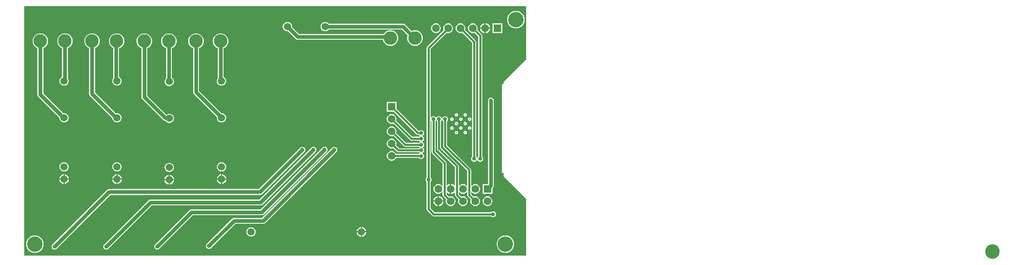
<source format=gbl>
G04*
G04 #@! TF.GenerationSoftware,Altium Limited,Altium Designer,18.0.7 (293)*
G04*
G04 Layer_Physical_Order=2*
G04 Layer_Color=16711680*
%FSLAX24Y24*%
%MOIN*%
G70*
G01*
G75*
%ADD56C,0.0315*%
%ADD57C,0.0157*%
%ADD58C,0.1100*%
%ADD59C,0.0118*%
%ADD60C,0.0591*%
%ADD61R,0.0630X0.0630*%
%ADD62C,0.0630*%
%ADD63C,0.1260*%
%ADD64C,0.1181*%
%ADD65R,0.0630X0.0630*%
%ADD66C,0.0315*%
G36*
X50728Y30293D02*
X50743Y30278D01*
X50750Y30260D01*
X50750Y26008D01*
X50735Y25964D01*
Y25964D01*
X48900Y24129D01*
Y23952D01*
X48844D01*
X48813Y23946D01*
X48787Y23929D01*
X48770Y23903D01*
X48763Y23872D01*
Y16785D01*
X48770Y16755D01*
X48787Y16729D01*
X48813Y16711D01*
X48844Y16705D01*
X48900D01*
Y16421D01*
X50735Y14585D01*
X50739Y14582D01*
X50744Y14574D01*
X50748Y14565D01*
X50750Y14555D01*
X50750Y14550D01*
X50750D01*
Y9990D01*
X50743Y9972D01*
X50728Y9957D01*
X50710Y9950D01*
X9990D01*
X9972Y9957D01*
X9957Y9972D01*
X9950Y9990D01*
Y10000D01*
Y30250D01*
Y30260D01*
X9957Y30278D01*
X9972Y30293D01*
X9990Y30300D01*
X50710D01*
X50728Y30293D01*
D02*
G37*
%LPC*%
G36*
X47450Y28912D02*
Y28550D01*
X47812D01*
X47804Y28608D01*
X47762Y28709D01*
X47696Y28796D01*
X47609Y28862D01*
X47508Y28904D01*
X47450Y28912D01*
D02*
G37*
G36*
X47350D02*
X47292Y28904D01*
X47191Y28862D01*
X47104Y28796D01*
X47038Y28709D01*
X46996Y28608D01*
X46988Y28550D01*
X47350D01*
Y28912D01*
D02*
G37*
G36*
X49900Y29912D02*
X49761Y29898D01*
X49627Y29858D01*
X49504Y29792D01*
X49396Y29704D01*
X49308Y29596D01*
X49242Y29473D01*
X49202Y29339D01*
X49188Y29200D01*
X49202Y29061D01*
X49242Y28927D01*
X49308Y28804D01*
X49396Y28696D01*
X49504Y28608D01*
X49627Y28542D01*
X49761Y28502D01*
X49900Y28488D01*
X50039Y28502D01*
X50173Y28542D01*
X50296Y28608D01*
X50404Y28696D01*
X50492Y28804D01*
X50558Y28927D01*
X50598Y29061D01*
X50612Y29200D01*
X50598Y29339D01*
X50558Y29473D01*
X50492Y29596D01*
X50404Y29704D01*
X50296Y29792D01*
X50173Y29858D01*
X50039Y29898D01*
X49900Y29912D01*
D02*
G37*
G36*
X48794Y28894D02*
X48006D01*
Y28106D01*
X48794D01*
Y28894D01*
D02*
G37*
G36*
X44400Y28897D02*
X44297Y28884D01*
X44201Y28844D01*
X44119Y28781D01*
X44056Y28699D01*
X44016Y28603D01*
X44003Y28500D01*
X44016Y28397D01*
X44032Y28359D01*
X42686Y27014D01*
X42652Y26961D01*
X42639Y26900D01*
X42639Y26900D01*
Y16327D01*
X42630Y16320D01*
X42577Y16242D01*
X42559Y16150D01*
X42577Y16058D01*
X42630Y15980D01*
X42639Y15973D01*
Y13750D01*
X42639Y13750D01*
X42652Y13689D01*
X42686Y13636D01*
X43101Y13222D01*
X43101Y13222D01*
X43153Y13187D01*
X43214Y13175D01*
X43214Y13175D01*
X47873D01*
X47880Y13166D01*
X47958Y13113D01*
X48050Y13095D01*
X48142Y13113D01*
X48220Y13166D01*
X48273Y13244D01*
X48291Y13336D01*
X48273Y13428D01*
X48220Y13506D01*
X48142Y13558D01*
X48050Y13577D01*
X47958Y13558D01*
X47880Y13506D01*
X47873Y13496D01*
X43281D01*
X42961Y13817D01*
Y15973D01*
X42970Y15980D01*
X43023Y16058D01*
X43041Y16150D01*
X43023Y16242D01*
X42970Y16320D01*
X42961Y16327D01*
Y20922D01*
X43007Y20936D01*
X43027Y20918D01*
X43030Y20913D01*
X43036Y20909D01*
X43039Y20906D01*
Y18400D01*
X43039Y18400D01*
X43052Y18339D01*
X43086Y18286D01*
X43939Y17433D01*
Y15682D01*
X43892Y15666D01*
X43881Y15681D01*
X43799Y15744D01*
X43703Y15784D01*
X43600Y15797D01*
X43497Y15784D01*
X43401Y15744D01*
X43319Y15681D01*
X43256Y15599D01*
X43216Y15503D01*
X43203Y15400D01*
X43216Y15297D01*
X43256Y15201D01*
X43319Y15119D01*
X43401Y15056D01*
X43497Y15016D01*
X43600Y15003D01*
X43703Y15016D01*
X43799Y15056D01*
X43881Y15119D01*
X43892Y15134D01*
X43939Y15118D01*
Y14900D01*
X43939Y14900D01*
X43952Y14839D01*
X43986Y14786D01*
X44232Y14541D01*
X44216Y14503D01*
X44203Y14400D01*
X44216Y14297D01*
X44256Y14201D01*
X44319Y14119D01*
X44401Y14056D01*
X44497Y14016D01*
X44600Y14003D01*
X44703Y14016D01*
X44799Y14056D01*
X44881Y14119D01*
X44944Y14201D01*
X44984Y14297D01*
X44997Y14400D01*
X44984Y14503D01*
X44944Y14599D01*
X44881Y14681D01*
X44799Y14744D01*
X44703Y14784D01*
X44600Y14797D01*
X44497Y14784D01*
X44459Y14768D01*
X44261Y14967D01*
Y15087D01*
X44311Y15099D01*
X44391Y15038D01*
X44492Y14996D01*
X44550Y14988D01*
Y15400D01*
Y15812D01*
X44492Y15804D01*
X44391Y15762D01*
X44311Y15701D01*
X44261Y15713D01*
Y17500D01*
X44248Y17561D01*
X44214Y17614D01*
X44214Y17614D01*
X43361Y18467D01*
Y20907D01*
X43370Y20913D01*
X43395Y20950D01*
X43455D01*
X43480Y20913D01*
X43489Y20907D01*
Y18700D01*
X43489Y18700D01*
X43502Y18639D01*
X43536Y18586D01*
X44939Y17183D01*
Y15713D01*
X44889Y15701D01*
X44809Y15762D01*
X44708Y15804D01*
X44650Y15812D01*
Y15400D01*
Y14988D01*
X44708Y14996D01*
X44809Y15038D01*
X44889Y15099D01*
X44939Y15087D01*
Y14900D01*
X44939Y14900D01*
X44952Y14839D01*
X44986Y14786D01*
X45232Y14541D01*
X45216Y14503D01*
X45203Y14400D01*
X45216Y14297D01*
X45256Y14201D01*
X45319Y14119D01*
X45401Y14056D01*
X45497Y14016D01*
X45600Y14003D01*
X45703Y14016D01*
X45799Y14056D01*
X45881Y14119D01*
X45944Y14201D01*
X45984Y14297D01*
X45997Y14400D01*
X45984Y14503D01*
X45944Y14599D01*
X45881Y14681D01*
X45799Y14744D01*
X45703Y14784D01*
X45600Y14797D01*
X45497Y14784D01*
X45459Y14768D01*
X45261Y14967D01*
Y15118D01*
X45308Y15134D01*
X45319Y15119D01*
X45401Y15056D01*
X45497Y15016D01*
X45600Y15003D01*
X45703Y15016D01*
X45799Y15056D01*
X45881Y15119D01*
X45892Y15134D01*
X45939Y15118D01*
Y14900D01*
X45939Y14900D01*
X45952Y14839D01*
X45986Y14786D01*
X46232Y14541D01*
X46216Y14503D01*
X46203Y14400D01*
X46216Y14297D01*
X46256Y14201D01*
X46319Y14119D01*
X46401Y14056D01*
X46497Y14016D01*
X46600Y14003D01*
X46703Y14016D01*
X46799Y14056D01*
X46881Y14119D01*
X46944Y14201D01*
X46984Y14297D01*
X46997Y14400D01*
X46984Y14503D01*
X46944Y14599D01*
X46881Y14681D01*
X46799Y14744D01*
X46703Y14784D01*
X46600Y14797D01*
X46497Y14784D01*
X46459Y14768D01*
X46261Y14967D01*
Y15118D01*
X46308Y15134D01*
X46319Y15119D01*
X46401Y15056D01*
X46497Y15016D01*
X46600Y15003D01*
X46703Y15016D01*
X46799Y15056D01*
X46881Y15119D01*
X46944Y15201D01*
X46984Y15297D01*
X46997Y15400D01*
X46984Y15503D01*
X46944Y15599D01*
X46881Y15681D01*
X46799Y15744D01*
X46703Y15784D01*
X46600Y15797D01*
X46497Y15784D01*
X46401Y15744D01*
X46319Y15681D01*
X46308Y15666D01*
X46261Y15682D01*
Y16950D01*
X46248Y17011D01*
X46214Y17064D01*
X46214Y17064D01*
X44311Y18967D01*
Y20907D01*
X44320Y20913D01*
X44373Y20991D01*
X44391Y21084D01*
X44373Y21176D01*
X44320Y21254D01*
X44242Y21306D01*
X44150Y21325D01*
X44058Y21306D01*
X43980Y21254D01*
X43927Y21176D01*
X43925Y21166D01*
X43875D01*
X43873Y21176D01*
X43820Y21254D01*
X43742Y21306D01*
X43650Y21325D01*
X43558Y21306D01*
X43480Y21254D01*
X43455Y21217D01*
X43395D01*
X43370Y21254D01*
X43292Y21306D01*
X43200Y21325D01*
X43108Y21306D01*
X43030Y21254D01*
X43011Y21225D01*
X42961Y21240D01*
Y26833D01*
X44259Y28132D01*
X44297Y28116D01*
X44400Y28103D01*
X44503Y28116D01*
X44599Y28156D01*
X44681Y28219D01*
X44744Y28301D01*
X44784Y28397D01*
X44797Y28500D01*
X44784Y28603D01*
X44744Y28699D01*
X44681Y28781D01*
X44599Y28844D01*
X44503Y28884D01*
X44400Y28897D01*
D02*
G37*
G36*
X43400D02*
X43297Y28884D01*
X43201Y28844D01*
X43119Y28781D01*
X43056Y28699D01*
X43016Y28603D01*
X43003Y28500D01*
X43016Y28397D01*
X43056Y28301D01*
X43119Y28219D01*
X43201Y28156D01*
X43297Y28116D01*
X43400Y28103D01*
X43503Y28116D01*
X43599Y28156D01*
X43681Y28219D01*
X43744Y28301D01*
X43784Y28397D01*
X43797Y28500D01*
X43784Y28603D01*
X43744Y28699D01*
X43681Y28781D01*
X43599Y28844D01*
X43503Y28884D01*
X43400Y28897D01*
D02*
G37*
G36*
X47812Y28450D02*
X47450D01*
Y28088D01*
X47508Y28096D01*
X47609Y28138D01*
X47696Y28204D01*
X47762Y28291D01*
X47804Y28392D01*
X47812Y28450D01*
D02*
G37*
G36*
X47350D02*
X46988D01*
X46996Y28392D01*
X47038Y28291D01*
X47104Y28204D01*
X47191Y28138D01*
X47292Y28096D01*
X47350Y28088D01*
Y28450D01*
D02*
G37*
G36*
X34397Y29010D02*
X34300Y28997D01*
X34209Y28959D01*
X34130Y28899D01*
X34071Y28821D01*
X34033Y28730D01*
X34020Y28632D01*
X34033Y28535D01*
X34071Y28444D01*
X34130Y28366D01*
X34209Y28306D01*
X34300Y28268D01*
X34397Y28255D01*
X34495Y28268D01*
X34586Y28306D01*
X34664Y28366D01*
X34684Y28391D01*
X40618D01*
X41105Y27904D01*
X41080Y27823D01*
X41068Y27700D01*
X41080Y27577D01*
X41116Y27458D01*
X41175Y27349D01*
X41253Y27253D01*
X41349Y27175D01*
X41458Y27116D01*
X41577Y27080D01*
X41700Y27068D01*
X41823Y27080D01*
X41942Y27116D01*
X42051Y27175D01*
X42147Y27253D01*
X42225Y27349D01*
X42284Y27458D01*
X42320Y27577D01*
X42332Y27700D01*
X42320Y27823D01*
X42284Y27942D01*
X42225Y28051D01*
X42147Y28147D01*
X42051Y28225D01*
X41942Y28284D01*
X41823Y28320D01*
X41700Y28332D01*
X41577Y28320D01*
X41458Y28284D01*
X41425Y28266D01*
X40888Y28803D01*
X40810Y28855D01*
X40718Y28873D01*
X34684D01*
X34664Y28899D01*
X34586Y28959D01*
X34495Y28997D01*
X34397Y29010D01*
D02*
G37*
G36*
X31326D02*
X31229Y28997D01*
X31138Y28959D01*
X31060Y28899D01*
X31000Y28821D01*
X30962Y28730D01*
X30949Y28632D01*
X30962Y28535D01*
X31000Y28444D01*
X31060Y28366D01*
X31138Y28306D01*
X31229Y28268D01*
X31326Y28255D01*
X31359Y28259D01*
X31988Y27630D01*
X32066Y27577D01*
X32159Y27559D01*
X39086D01*
X39116Y27458D01*
X39175Y27349D01*
X39253Y27253D01*
X39349Y27175D01*
X39458Y27116D01*
X39577Y27080D01*
X39700Y27068D01*
X39823Y27080D01*
X39942Y27116D01*
X40051Y27175D01*
X40147Y27253D01*
X40225Y27349D01*
X40284Y27458D01*
X40320Y27577D01*
X40332Y27700D01*
X40320Y27823D01*
X40284Y27942D01*
X40225Y28051D01*
X40147Y28147D01*
X40051Y28225D01*
X39942Y28284D01*
X39823Y28320D01*
X39700Y28332D01*
X39577Y28320D01*
X39458Y28284D01*
X39349Y28225D01*
X39253Y28147D01*
X39175Y28051D01*
X39169Y28041D01*
X32258D01*
X31699Y28600D01*
X31704Y28632D01*
X31691Y28730D01*
X31653Y28821D01*
X31593Y28899D01*
X31515Y28959D01*
X31424Y28997D01*
X31326Y29010D01*
D02*
G37*
G36*
X25900Y28082D02*
X25777Y28070D01*
X25658Y28034D01*
X25549Y27975D01*
X25453Y27897D01*
X25375Y27801D01*
X25316Y27692D01*
X25280Y27573D01*
X25268Y27450D01*
X25280Y27327D01*
X25316Y27208D01*
X25375Y27099D01*
X25453Y27003D01*
X25549Y26925D01*
X25658Y26866D01*
X25659Y26866D01*
Y24399D01*
X25651Y24389D01*
X25613Y24298D01*
X25600Y24200D01*
X25612Y24113D01*
X25609Y24100D01*
X25627Y24008D01*
X25680Y23930D01*
X25758Y23877D01*
X25798Y23869D01*
X25880Y23836D01*
X25978Y23823D01*
X26075Y23836D01*
X26166Y23873D01*
X26244Y23933D01*
X26304Y24011D01*
X26342Y24102D01*
X26355Y24200D01*
X26342Y24298D01*
X26304Y24389D01*
X26244Y24467D01*
X26166Y24527D01*
X26141Y24537D01*
Y26866D01*
X26142Y26866D01*
X26251Y26925D01*
X26347Y27003D01*
X26425Y27099D01*
X26484Y27208D01*
X26520Y27327D01*
X26532Y27450D01*
X26520Y27573D01*
X26484Y27692D01*
X26425Y27801D01*
X26347Y27897D01*
X26251Y27975D01*
X26142Y28034D01*
X26023Y28070D01*
X25900Y28082D01*
D02*
G37*
G36*
X17450D02*
X17327Y28070D01*
X17208Y28034D01*
X17099Y27975D01*
X17003Y27897D01*
X16925Y27801D01*
X16866Y27692D01*
X16830Y27573D01*
X16818Y27450D01*
X16830Y27327D01*
X16866Y27208D01*
X16925Y27099D01*
X17003Y27003D01*
X17099Y26925D01*
X17159Y26893D01*
Y24399D01*
X17151Y24389D01*
X17113Y24298D01*
X17100Y24200D01*
X17113Y24102D01*
X17151Y24011D01*
X17211Y23933D01*
X17289Y23873D01*
X17380Y23836D01*
X17478Y23823D01*
X17575Y23836D01*
X17666Y23873D01*
X17744Y23933D01*
X17804Y24011D01*
X17842Y24102D01*
X17855Y24200D01*
X17842Y24298D01*
X17804Y24389D01*
X17744Y24467D01*
X17666Y24527D01*
X17641Y24537D01*
Y26851D01*
X17692Y26866D01*
X17801Y26925D01*
X17897Y27003D01*
X17975Y27099D01*
X18034Y27208D01*
X18070Y27327D01*
X18082Y27450D01*
X18070Y27573D01*
X18034Y27692D01*
X17975Y27801D01*
X17897Y27897D01*
X17801Y27975D01*
X17692Y28034D01*
X17573Y28070D01*
X17450Y28082D01*
D02*
G37*
G36*
X13250D02*
X13127Y28070D01*
X13008Y28034D01*
X12899Y27975D01*
X12803Y27897D01*
X12725Y27801D01*
X12666Y27692D01*
X12630Y27573D01*
X12618Y27450D01*
X12630Y27327D01*
X12666Y27208D01*
X12725Y27099D01*
X12803Y27003D01*
X12899Y26925D01*
X13008Y26866D01*
X13009Y26866D01*
Y24535D01*
X12989Y24527D01*
X12911Y24467D01*
X12851Y24389D01*
X12813Y24298D01*
X12800Y24200D01*
X12813Y24102D01*
X12851Y24011D01*
X12911Y23933D01*
X12989Y23873D01*
X13080Y23836D01*
X13178Y23823D01*
X13275Y23836D01*
X13366Y23873D01*
X13444Y23933D01*
X13504Y24011D01*
X13542Y24102D01*
X13555Y24200D01*
X13542Y24298D01*
X13504Y24389D01*
X13491Y24406D01*
Y26866D01*
X13492Y26866D01*
X13601Y26925D01*
X13697Y27003D01*
X13775Y27099D01*
X13834Y27208D01*
X13870Y27327D01*
X13882Y27450D01*
X13870Y27573D01*
X13834Y27692D01*
X13775Y27801D01*
X13697Y27897D01*
X13601Y27975D01*
X13492Y28034D01*
X13373Y28070D01*
X13250Y28082D01*
D02*
G37*
G36*
X21700D02*
X21577Y28070D01*
X21458Y28034D01*
X21349Y27975D01*
X21253Y27897D01*
X21175Y27801D01*
X21116Y27692D01*
X21080Y27573D01*
X21068Y27450D01*
X21080Y27327D01*
X21116Y27208D01*
X21175Y27099D01*
X21253Y27003D01*
X21349Y26925D01*
X21458Y26866D01*
X21459Y26866D01*
Y24415D01*
X21401Y24339D01*
X21363Y24248D01*
X21350Y24150D01*
X21363Y24052D01*
X21401Y23961D01*
X21461Y23883D01*
X21539Y23823D01*
X21630Y23786D01*
X21728Y23773D01*
X21825Y23786D01*
X21916Y23823D01*
X21994Y23883D01*
X22054Y23961D01*
X22092Y24052D01*
X22105Y24150D01*
X22092Y24248D01*
X22054Y24339D01*
X21994Y24417D01*
X21941Y24458D01*
Y26866D01*
X21942Y26866D01*
X22051Y26925D01*
X22147Y27003D01*
X22225Y27099D01*
X22284Y27208D01*
X22320Y27327D01*
X22332Y27450D01*
X22320Y27573D01*
X22284Y27692D01*
X22225Y27801D01*
X22147Y27897D01*
X22051Y27975D01*
X21942Y28034D01*
X21823Y28070D01*
X21700Y28082D01*
D02*
G37*
G36*
X45784Y21585D02*
X45730Y21575D01*
X45684Y21544D01*
X45654Y21499D01*
X45643Y21445D01*
X45654Y21391D01*
X45684Y21346D01*
X45730Y21315D01*
X45784Y21304D01*
X45837Y21315D01*
X45883Y21346D01*
X45913Y21391D01*
X45924Y21445D01*
X45913Y21499D01*
X45883Y21544D01*
X45837Y21575D01*
X45784Y21585D01*
D02*
G37*
G36*
X45061D02*
X45007Y21575D01*
X44962Y21544D01*
X44931Y21499D01*
X44921Y21445D01*
X44931Y21391D01*
X44962Y21346D01*
X45007Y21315D01*
X45061Y21304D01*
X45115Y21315D01*
X45161Y21346D01*
X45191Y21391D01*
X45202Y21445D01*
X45191Y21499D01*
X45161Y21544D01*
X45115Y21575D01*
X45061Y21585D01*
D02*
G37*
G36*
X46145Y21224D02*
X46091Y21213D01*
X46046Y21183D01*
X46015Y21137D01*
X46004Y21084D01*
X46015Y21030D01*
X46046Y20984D01*
X46091Y20954D01*
X46145Y20943D01*
X46199Y20954D01*
X46244Y20984D01*
X46275Y21030D01*
X46285Y21084D01*
X46275Y21137D01*
X46244Y21183D01*
X46199Y21213D01*
X46145Y21224D01*
D02*
G37*
G36*
X45422D02*
X45369Y21213D01*
X45323Y21183D01*
X45293Y21137D01*
X45282Y21084D01*
X45293Y21030D01*
X45323Y20984D01*
X45369Y20954D01*
X45422Y20943D01*
X45476Y20954D01*
X45522Y20984D01*
X45552Y21030D01*
X45563Y21084D01*
X45552Y21137D01*
X45522Y21183D01*
X45476Y21213D01*
X45422Y21224D01*
D02*
G37*
G36*
X44700D02*
X44646Y21213D01*
X44601Y21183D01*
X44570Y21137D01*
X44559Y21084D01*
X44570Y21030D01*
X44601Y20984D01*
X44646Y20954D01*
X44700Y20943D01*
X44754Y20954D01*
X44799Y20984D01*
X44830Y21030D01*
X44840Y21084D01*
X44830Y21137D01*
X44799Y21183D01*
X44754Y21213D01*
X44700Y21224D01*
D02*
G37*
G36*
X23900Y28082D02*
X23777Y28070D01*
X23658Y28034D01*
X23549Y27975D01*
X23453Y27897D01*
X23375Y27801D01*
X23316Y27692D01*
X23280Y27573D01*
X23268Y27450D01*
X23280Y27327D01*
X23316Y27208D01*
X23375Y27099D01*
X23453Y27003D01*
X23549Y26925D01*
X23658Y26866D01*
X23659Y26866D01*
Y23300D01*
X23677Y23208D01*
X23730Y23130D01*
X25607Y21252D01*
X25600Y21200D01*
X25609Y21133D01*
Y21100D01*
X25627Y21008D01*
X25680Y20930D01*
X25758Y20877D01*
X25798Y20869D01*
X25880Y20836D01*
X25978Y20823D01*
X26075Y20836D01*
X26166Y20873D01*
X26244Y20933D01*
X26304Y21011D01*
X26342Y21102D01*
X26355Y21200D01*
X26342Y21298D01*
X26304Y21389D01*
X26244Y21467D01*
X26166Y21527D01*
X26075Y21564D01*
X25978Y21577D01*
X25965Y21576D01*
X24141Y23400D01*
Y26866D01*
X24142Y26866D01*
X24251Y26925D01*
X24347Y27003D01*
X24425Y27099D01*
X24484Y27208D01*
X24520Y27327D01*
X24532Y27450D01*
X24520Y27573D01*
X24484Y27692D01*
X24425Y27801D01*
X24347Y27897D01*
X24251Y27975D01*
X24142Y28034D01*
X24023Y28070D01*
X23900Y28082D01*
D02*
G37*
G36*
X15450D02*
X15327Y28070D01*
X15208Y28034D01*
X15099Y27975D01*
X15003Y27897D01*
X14925Y27801D01*
X14866Y27692D01*
X14830Y27573D01*
X14818Y27450D01*
X14830Y27327D01*
X14866Y27208D01*
X14925Y27099D01*
X15003Y27003D01*
X15099Y26925D01*
X15208Y26866D01*
X15209Y26866D01*
Y23150D01*
X15227Y23058D01*
X15280Y22980D01*
X17107Y21153D01*
X17113Y21102D01*
X17151Y21011D01*
X17211Y20933D01*
X17289Y20873D01*
X17380Y20836D01*
X17478Y20823D01*
X17575Y20836D01*
X17666Y20873D01*
X17744Y20933D01*
X17804Y21011D01*
X17842Y21102D01*
X17855Y21200D01*
X17842Y21298D01*
X17804Y21389D01*
X17744Y21467D01*
X17666Y21527D01*
X17575Y21564D01*
X17478Y21577D01*
X17380Y21564D01*
X17377Y21563D01*
X15691Y23250D01*
Y26866D01*
X15692Y26866D01*
X15801Y26925D01*
X15897Y27003D01*
X15975Y27099D01*
X16034Y27208D01*
X16070Y27327D01*
X16082Y27450D01*
X16070Y27573D01*
X16034Y27692D01*
X15975Y27801D01*
X15897Y27897D01*
X15801Y27975D01*
X15692Y28034D01*
X15573Y28070D01*
X15450Y28082D01*
D02*
G37*
G36*
X11250D02*
X11127Y28070D01*
X11008Y28034D01*
X10899Y27975D01*
X10803Y27897D01*
X10725Y27801D01*
X10666Y27692D01*
X10630Y27573D01*
X10618Y27450D01*
X10630Y27327D01*
X10666Y27208D01*
X10725Y27099D01*
X10803Y27003D01*
X10899Y26925D01*
X11008Y26866D01*
X11009Y26866D01*
Y23100D01*
X11027Y23008D01*
X11080Y22930D01*
X12801Y21208D01*
X12800Y21200D01*
X12813Y21102D01*
X12851Y21011D01*
X12911Y20933D01*
X12989Y20873D01*
X13080Y20836D01*
X13178Y20823D01*
X13275Y20836D01*
X13366Y20873D01*
X13444Y20933D01*
X13504Y21011D01*
X13542Y21102D01*
X13555Y21200D01*
X13542Y21298D01*
X13504Y21389D01*
X13444Y21467D01*
X13366Y21527D01*
X13275Y21564D01*
X13178Y21577D01*
X13121Y21570D01*
X11491Y23200D01*
Y26866D01*
X11492Y26866D01*
X11601Y26925D01*
X11697Y27003D01*
X11775Y27099D01*
X11834Y27208D01*
X11870Y27327D01*
X11882Y27450D01*
X11870Y27573D01*
X11834Y27692D01*
X11775Y27801D01*
X11697Y27897D01*
X11601Y27975D01*
X11492Y28034D01*
X11373Y28070D01*
X11250Y28082D01*
D02*
G37*
G36*
X19700D02*
X19577Y28070D01*
X19458Y28034D01*
X19349Y27975D01*
X19253Y27897D01*
X19175Y27801D01*
X19116Y27692D01*
X19080Y27573D01*
X19068Y27450D01*
X19080Y27327D01*
X19116Y27208D01*
X19175Y27099D01*
X19253Y27003D01*
X19349Y26925D01*
X19458Y26866D01*
X19459Y26866D01*
Y22900D01*
X19477Y22808D01*
X19530Y22730D01*
X21230Y21030D01*
X21308Y20977D01*
X21400Y20959D01*
X21403D01*
X21461Y20883D01*
X21539Y20823D01*
X21630Y20786D01*
X21728Y20773D01*
X21825Y20786D01*
X21916Y20823D01*
X21994Y20883D01*
X22054Y20961D01*
X22092Y21052D01*
X22105Y21150D01*
X22092Y21248D01*
X22054Y21339D01*
X21994Y21417D01*
X21916Y21477D01*
X21825Y21514D01*
X21728Y21527D01*
X21630Y21514D01*
X21539Y21477D01*
X21496Y21444D01*
X19941Y23000D01*
Y26866D01*
X19942Y26866D01*
X20051Y26925D01*
X20147Y27003D01*
X20225Y27099D01*
X20284Y27208D01*
X20320Y27327D01*
X20332Y27450D01*
X20320Y27573D01*
X20284Y27692D01*
X20225Y27801D01*
X20147Y27897D01*
X20051Y27975D01*
X19942Y28034D01*
X19823Y28070D01*
X19700Y28082D01*
D02*
G37*
G36*
X45784Y20863D02*
X45730Y20852D01*
X45684Y20822D01*
X45654Y20776D01*
X45643Y20722D01*
X45654Y20669D01*
X45684Y20623D01*
X45730Y20593D01*
X45784Y20582D01*
X45837Y20593D01*
X45883Y20623D01*
X45913Y20669D01*
X45924Y20722D01*
X45913Y20776D01*
X45883Y20822D01*
X45837Y20852D01*
X45784Y20863D01*
D02*
G37*
G36*
X45061D02*
X45007Y20852D01*
X44962Y20822D01*
X44931Y20776D01*
X44921Y20722D01*
X44931Y20669D01*
X44962Y20623D01*
X45007Y20593D01*
X45061Y20582D01*
X45115Y20593D01*
X45161Y20623D01*
X45191Y20669D01*
X45202Y20722D01*
X45191Y20776D01*
X45161Y20822D01*
X45115Y20852D01*
X45061Y20863D01*
D02*
G37*
G36*
X46145Y20502D02*
X46091Y20491D01*
X46046Y20461D01*
X46015Y20415D01*
X46004Y20361D01*
X46015Y20307D01*
X46046Y20262D01*
X46091Y20231D01*
X46145Y20221D01*
X46199Y20231D01*
X46244Y20262D01*
X46275Y20307D01*
X46285Y20361D01*
X46275Y20415D01*
X46244Y20461D01*
X46199Y20491D01*
X46145Y20502D01*
D02*
G37*
G36*
X45422D02*
X45369Y20491D01*
X45323Y20461D01*
X45293Y20415D01*
X45282Y20361D01*
X45293Y20307D01*
X45323Y20262D01*
X45369Y20231D01*
X45422Y20221D01*
X45476Y20231D01*
X45522Y20262D01*
X45552Y20307D01*
X45563Y20361D01*
X45552Y20415D01*
X45522Y20461D01*
X45476Y20491D01*
X45422Y20502D01*
D02*
G37*
G36*
X44700D02*
X44646Y20491D01*
X44601Y20461D01*
X44570Y20415D01*
X44559Y20361D01*
X44570Y20307D01*
X44601Y20262D01*
X44646Y20231D01*
X44700Y20221D01*
X44754Y20231D01*
X44799Y20262D01*
X44830Y20307D01*
X44840Y20361D01*
X44830Y20415D01*
X44799Y20461D01*
X44754Y20491D01*
X44700Y20502D01*
D02*
G37*
G36*
X45784Y20141D02*
X45730Y20130D01*
X45684Y20099D01*
X45654Y20054D01*
X45643Y20000D01*
X45654Y19946D01*
X45684Y19901D01*
X45730Y19870D01*
X45784Y19859D01*
X45837Y19870D01*
X45883Y19901D01*
X45913Y19946D01*
X45924Y20000D01*
X45913Y20054D01*
X45883Y20099D01*
X45837Y20130D01*
X45784Y20141D01*
D02*
G37*
G36*
X45061D02*
X45007Y20130D01*
X44962Y20099D01*
X44931Y20054D01*
X44921Y20000D01*
X44931Y19946D01*
X44962Y19901D01*
X45007Y19870D01*
X45061Y19859D01*
X45115Y19870D01*
X45161Y19901D01*
X45191Y19946D01*
X45202Y20000D01*
X45191Y20054D01*
X45161Y20099D01*
X45115Y20130D01*
X45061Y20141D01*
D02*
G37*
G36*
X40194Y22494D02*
X39406D01*
Y21706D01*
X39967D01*
X41836Y19836D01*
X41836Y19836D01*
X41889Y19802D01*
X41950Y19789D01*
X42023D01*
X42030Y19780D01*
X42067Y19755D01*
Y19695D01*
X42030Y19670D01*
X42023Y19661D01*
X41467D01*
X40168Y20959D01*
X40184Y20997D01*
X40197Y21100D01*
X40184Y21203D01*
X40144Y21299D01*
X40081Y21381D01*
X39999Y21444D01*
X39903Y21484D01*
X39800Y21497D01*
X39697Y21484D01*
X39601Y21444D01*
X39519Y21381D01*
X39456Y21299D01*
X39416Y21203D01*
X39403Y21100D01*
X39416Y20997D01*
X39456Y20901D01*
X39519Y20819D01*
X39601Y20756D01*
X39697Y20716D01*
X39800Y20703D01*
X39903Y20716D01*
X39941Y20732D01*
X41286Y19386D01*
X41286Y19386D01*
X41339Y19352D01*
X41400Y19339D01*
X41400Y19339D01*
X42023D01*
X42030Y19330D01*
X42108Y19277D01*
X42118Y19275D01*
Y19225D01*
X42108Y19223D01*
X42030Y19170D01*
X42023Y19161D01*
X40967D01*
X40168Y19959D01*
X40184Y19997D01*
X40197Y20100D01*
X40184Y20203D01*
X40144Y20299D01*
X40081Y20381D01*
X39999Y20444D01*
X39903Y20484D01*
X39800Y20497D01*
X39697Y20484D01*
X39601Y20444D01*
X39519Y20381D01*
X39456Y20299D01*
X39416Y20203D01*
X39403Y20100D01*
X39416Y19997D01*
X39456Y19901D01*
X39519Y19819D01*
X39601Y19756D01*
X39697Y19716D01*
X39800Y19703D01*
X39903Y19716D01*
X39941Y19732D01*
X40786Y18886D01*
X40839Y18852D01*
X40900Y18839D01*
X40900Y18839D01*
X42023D01*
X42030Y18830D01*
X42067Y18805D01*
Y18745D01*
X42030Y18720D01*
X42023Y18711D01*
X40417D01*
X40168Y18959D01*
X40184Y18997D01*
X40197Y19100D01*
X40184Y19203D01*
X40144Y19299D01*
X40081Y19381D01*
X39999Y19444D01*
X39903Y19484D01*
X39800Y19497D01*
X39697Y19484D01*
X39601Y19444D01*
X39519Y19381D01*
X39456Y19299D01*
X39416Y19203D01*
X39403Y19100D01*
X39416Y18997D01*
X39456Y18901D01*
X39519Y18819D01*
X39601Y18756D01*
X39697Y18716D01*
X39800Y18703D01*
X39903Y18716D01*
X39941Y18732D01*
X40236Y18436D01*
X40236Y18436D01*
X40289Y18402D01*
X40350Y18389D01*
X42023D01*
X42030Y18380D01*
X42084Y18344D01*
Y18292D01*
X42044Y18261D01*
X40160D01*
X40144Y18299D01*
X40081Y18381D01*
X39999Y18444D01*
X39903Y18484D01*
X39800Y18497D01*
X39697Y18484D01*
X39601Y18444D01*
X39519Y18381D01*
X39456Y18299D01*
X39416Y18203D01*
X39403Y18100D01*
X39416Y17997D01*
X39456Y17901D01*
X39519Y17819D01*
X39601Y17756D01*
X39697Y17716D01*
X39800Y17703D01*
X39903Y17716D01*
X39999Y17756D01*
X40081Y17819D01*
X40144Y17901D01*
X40160Y17939D01*
X42009D01*
X42030Y17908D01*
X42108Y17856D01*
X42200Y17838D01*
X42292Y17856D01*
X42370Y17908D01*
X42423Y17987D01*
X42441Y18079D01*
X42423Y18171D01*
X42370Y18249D01*
X42316Y18285D01*
Y18344D01*
X42370Y18380D01*
X42423Y18458D01*
X42441Y18550D01*
X42423Y18642D01*
X42370Y18720D01*
X42333Y18745D01*
Y18805D01*
X42370Y18830D01*
X42423Y18908D01*
X42441Y19000D01*
X42423Y19092D01*
X42370Y19170D01*
X42292Y19223D01*
X42282Y19225D01*
Y19275D01*
X42292Y19277D01*
X42370Y19330D01*
X42423Y19408D01*
X42441Y19500D01*
X42423Y19592D01*
X42370Y19670D01*
X42333Y19695D01*
Y19755D01*
X42370Y19780D01*
X42423Y19858D01*
X42441Y19950D01*
X42423Y20042D01*
X42370Y20120D01*
X42292Y20173D01*
X42200Y20191D01*
X42108Y20173D01*
X42030Y20120D01*
X41984Y20143D01*
X40194Y21933D01*
Y22494D01*
D02*
G37*
G36*
X46400Y28897D02*
X46297Y28884D01*
X46201Y28844D01*
X46119Y28781D01*
X46056Y28699D01*
X46016Y28603D01*
X46003Y28500D01*
X46016Y28397D01*
X46056Y28301D01*
X46119Y28219D01*
X46201Y28156D01*
X46297Y28116D01*
X46400Y28103D01*
X46503Y28116D01*
X46541Y28132D01*
X46839Y27833D01*
Y18027D01*
X46830Y18020D01*
X46777Y17942D01*
X46775Y17932D01*
X46725D01*
X46723Y17942D01*
X46670Y18020D01*
X46661Y18027D01*
Y27400D01*
X46661Y27400D01*
X46648Y27461D01*
X46614Y27514D01*
X45768Y28359D01*
X45784Y28397D01*
X45797Y28500D01*
X45784Y28603D01*
X45744Y28699D01*
X45681Y28781D01*
X45599Y28844D01*
X45503Y28884D01*
X45400Y28897D01*
X45297Y28884D01*
X45201Y28844D01*
X45119Y28781D01*
X45056Y28699D01*
X45016Y28603D01*
X45003Y28500D01*
X45016Y28397D01*
X45056Y28301D01*
X45119Y28219D01*
X45201Y28156D01*
X45297Y28116D01*
X45400Y28103D01*
X45503Y28116D01*
X45541Y28132D01*
X46339Y27333D01*
Y18027D01*
X46330Y18020D01*
X46277Y17942D01*
X46259Y17850D01*
X46277Y17758D01*
X46330Y17680D01*
X46408Y17627D01*
X46500Y17609D01*
X46592Y17627D01*
X46670Y17680D01*
X46723Y17758D01*
X46725Y17768D01*
X46775D01*
X46777Y17758D01*
X46830Y17680D01*
X46908Y17627D01*
X47000Y17609D01*
X47092Y17627D01*
X47170Y17680D01*
X47223Y17758D01*
X47241Y17850D01*
X47223Y17942D01*
X47170Y18020D01*
X47161Y18027D01*
Y27900D01*
X47148Y27961D01*
X47114Y28014D01*
X46768Y28359D01*
X46784Y28397D01*
X46797Y28500D01*
X46784Y28603D01*
X46744Y28699D01*
X46681Y28781D01*
X46599Y28844D01*
X46503Y28884D01*
X46400Y28897D01*
D02*
G37*
G36*
X25978Y17577D02*
X25880Y17564D01*
X25789Y17527D01*
X25711Y17467D01*
X25651Y17389D01*
X25613Y17298D01*
X25600Y17200D01*
X25613Y17102D01*
X25651Y17011D01*
X25711Y16933D01*
X25789Y16873D01*
X25880Y16836D01*
X25978Y16823D01*
X26075Y16836D01*
X26166Y16873D01*
X26244Y16933D01*
X26304Y17011D01*
X26342Y17102D01*
X26355Y17200D01*
X26342Y17298D01*
X26304Y17389D01*
X26244Y17467D01*
X26166Y17527D01*
X26075Y17564D01*
X25978Y17577D01*
D02*
G37*
G36*
X17478D02*
X17380Y17564D01*
X17289Y17527D01*
X17211Y17467D01*
X17151Y17389D01*
X17113Y17298D01*
X17100Y17200D01*
X17113Y17102D01*
X17151Y17011D01*
X17211Y16933D01*
X17289Y16873D01*
X17380Y16836D01*
X17478Y16823D01*
X17575Y16836D01*
X17666Y16873D01*
X17744Y16933D01*
X17804Y17011D01*
X17842Y17102D01*
X17855Y17200D01*
X17842Y17298D01*
X17804Y17389D01*
X17744Y17467D01*
X17666Y17527D01*
X17575Y17564D01*
X17478Y17577D01*
D02*
G37*
G36*
X13178D02*
X13080Y17564D01*
X12989Y17527D01*
X12911Y17467D01*
X12851Y17389D01*
X12813Y17298D01*
X12800Y17200D01*
X12813Y17102D01*
X12851Y17011D01*
X12911Y16933D01*
X12989Y16873D01*
X13080Y16836D01*
X13178Y16823D01*
X13275Y16836D01*
X13366Y16873D01*
X13444Y16933D01*
X13504Y17011D01*
X13542Y17102D01*
X13555Y17200D01*
X13542Y17298D01*
X13504Y17389D01*
X13444Y17467D01*
X13366Y17527D01*
X13275Y17564D01*
X13178Y17577D01*
D02*
G37*
G36*
X21728Y17527D02*
X21630Y17514D01*
X21539Y17477D01*
X21461Y17417D01*
X21401Y17339D01*
X21363Y17248D01*
X21350Y17150D01*
X21363Y17052D01*
X21401Y16961D01*
X21461Y16883D01*
X21539Y16823D01*
X21630Y16786D01*
X21728Y16773D01*
X21825Y16786D01*
X21916Y16823D01*
X21994Y16883D01*
X22054Y16961D01*
X22092Y17052D01*
X22105Y17150D01*
X22092Y17248D01*
X22054Y17339D01*
X21994Y17417D01*
X21916Y17477D01*
X21825Y17514D01*
X21728Y17527D01*
D02*
G37*
G36*
X13228Y16592D02*
Y16250D01*
X13570D01*
X13563Y16303D01*
X13523Y16399D01*
X13459Y16482D01*
X13377Y16545D01*
X13281Y16585D01*
X13228Y16592D01*
D02*
G37*
G36*
X13128D02*
X13074Y16585D01*
X12978Y16545D01*
X12896Y16482D01*
X12832Y16399D01*
X12792Y16303D01*
X12785Y16250D01*
X13128D01*
Y16592D01*
D02*
G37*
G36*
X26028D02*
Y16250D01*
X26370D01*
X26363Y16303D01*
X26323Y16399D01*
X26259Y16482D01*
X26177Y16545D01*
X26081Y16585D01*
X26028Y16592D01*
D02*
G37*
G36*
X17528D02*
Y16250D01*
X17870D01*
X17863Y16303D01*
X17823Y16399D01*
X17759Y16482D01*
X17677Y16545D01*
X17581Y16585D01*
X17528Y16592D01*
D02*
G37*
G36*
X25928D02*
X25874Y16585D01*
X25778Y16545D01*
X25696Y16482D01*
X25632Y16399D01*
X25592Y16303D01*
X25585Y16250D01*
X25928D01*
Y16592D01*
D02*
G37*
G36*
X17428D02*
X17374Y16585D01*
X17278Y16545D01*
X17196Y16482D01*
X17132Y16399D01*
X17092Y16303D01*
X17085Y16250D01*
X17428D01*
Y16592D01*
D02*
G37*
G36*
X21778Y16542D02*
Y16200D01*
X22120D01*
X22113Y16253D01*
X22073Y16349D01*
X22009Y16432D01*
X21927Y16495D01*
X21831Y16535D01*
X21778Y16542D01*
D02*
G37*
G36*
X21678D02*
X21624Y16535D01*
X21528Y16495D01*
X21446Y16432D01*
X21382Y16349D01*
X21342Y16253D01*
X21335Y16200D01*
X21678D01*
Y16542D01*
D02*
G37*
G36*
X26370Y16150D02*
X26028D01*
Y15808D01*
X26081Y15815D01*
X26177Y15855D01*
X26259Y15918D01*
X26323Y16001D01*
X26363Y16097D01*
X26370Y16150D01*
D02*
G37*
G36*
X17870D02*
X17528D01*
Y15808D01*
X17581Y15815D01*
X17677Y15855D01*
X17759Y15918D01*
X17823Y16001D01*
X17863Y16097D01*
X17870Y16150D01*
D02*
G37*
G36*
X13570Y16150D02*
X13228D01*
Y15808D01*
X13281Y15815D01*
X13377Y15855D01*
X13459Y15918D01*
X13523Y16001D01*
X13563Y16097D01*
X13570Y16150D01*
D02*
G37*
G36*
X13128D02*
X12785D01*
X12792Y16097D01*
X12832Y16001D01*
X12896Y15918D01*
X12978Y15855D01*
X13074Y15815D01*
X13128Y15808D01*
Y16150D01*
D02*
G37*
G36*
X25928Y16150D02*
X25585D01*
X25592Y16097D01*
X25632Y16001D01*
X25696Y15918D01*
X25778Y15855D01*
X25874Y15815D01*
X25928Y15808D01*
Y16150D01*
D02*
G37*
G36*
X17428D02*
X17085D01*
X17092Y16097D01*
X17132Y16001D01*
X17196Y15918D01*
X17278Y15855D01*
X17374Y15815D01*
X17428Y15808D01*
Y16150D01*
D02*
G37*
G36*
X22120Y16100D02*
X21778D01*
Y15758D01*
X21831Y15765D01*
X21927Y15805D01*
X22009Y15868D01*
X22073Y15951D01*
X22113Y16047D01*
X22120Y16100D01*
D02*
G37*
G36*
X21678D02*
X21335D01*
X21342Y16047D01*
X21382Y15951D01*
X21446Y15868D01*
X21528Y15805D01*
X21624Y15765D01*
X21678Y15758D01*
Y16100D01*
D02*
G37*
G36*
X47875Y22841D02*
X47783Y22823D01*
X47705Y22770D01*
X47653Y22692D01*
X47634Y22600D01*
Y15794D01*
X47206D01*
Y15006D01*
X47994D01*
Y15453D01*
X48046Y15505D01*
X48098Y15583D01*
X48116Y15675D01*
Y22600D01*
X48098Y22692D01*
X48046Y22770D01*
X47967Y22823D01*
X47875Y22841D01*
D02*
G37*
G36*
X43650Y14812D02*
Y14450D01*
X44012D01*
X44004Y14508D01*
X43962Y14609D01*
X43896Y14696D01*
X43809Y14762D01*
X43708Y14804D01*
X43650Y14812D01*
D02*
G37*
G36*
X43550D02*
X43492Y14804D01*
X43391Y14762D01*
X43304Y14696D01*
X43238Y14609D01*
X43196Y14508D01*
X43188Y14450D01*
X43550D01*
Y14812D01*
D02*
G37*
G36*
X47600Y14797D02*
X47497Y14784D01*
X47401Y14744D01*
X47319Y14681D01*
X47256Y14599D01*
X47216Y14503D01*
X47203Y14400D01*
X47216Y14297D01*
X47256Y14201D01*
X47319Y14119D01*
X47401Y14056D01*
X47497Y14016D01*
X47600Y14003D01*
X47703Y14016D01*
X47799Y14056D01*
X47881Y14119D01*
X47944Y14201D01*
X47984Y14297D01*
X47997Y14400D01*
X47984Y14503D01*
X47944Y14599D01*
X47881Y14681D01*
X47799Y14744D01*
X47703Y14784D01*
X47600Y14797D01*
D02*
G37*
G36*
X44012Y14350D02*
X43650D01*
Y13988D01*
X43708Y13996D01*
X43809Y14038D01*
X43896Y14104D01*
X43962Y14191D01*
X44004Y14292D01*
X44012Y14350D01*
D02*
G37*
G36*
X43550D02*
X43188D01*
X43196Y14292D01*
X43238Y14191D01*
X43304Y14104D01*
X43391Y14038D01*
X43492Y13996D01*
X43550Y13988D01*
Y14350D01*
D02*
G37*
G36*
X37400Y12292D02*
Y11950D01*
X37742D01*
X37735Y12003D01*
X37695Y12099D01*
X37632Y12182D01*
X37549Y12245D01*
X37453Y12285D01*
X37400Y12292D01*
D02*
G37*
G36*
X37300D02*
X37247Y12285D01*
X37151Y12245D01*
X37068Y12182D01*
X37005Y12099D01*
X36965Y12003D01*
X36958Y11950D01*
X37300D01*
Y12292D01*
D02*
G37*
G36*
X28374Y12277D02*
X28276Y12264D01*
X28185Y12227D01*
X28107Y12167D01*
X28047Y12089D01*
X28009Y11998D01*
X27996Y11900D01*
X28009Y11802D01*
X28047Y11711D01*
X28107Y11633D01*
X28185Y11573D01*
X28276Y11536D01*
X28374Y11523D01*
X28471Y11536D01*
X28562Y11573D01*
X28640Y11633D01*
X28700Y11711D01*
X28738Y11802D01*
X28751Y11900D01*
X28738Y11998D01*
X28700Y12089D01*
X28640Y12167D01*
X28562Y12227D01*
X28471Y12264D01*
X28374Y12277D01*
D02*
G37*
G36*
X37742Y11850D02*
X37400D01*
Y11508D01*
X37453Y11515D01*
X37549Y11555D01*
X37632Y11618D01*
X37695Y11701D01*
X37735Y11797D01*
X37742Y11850D01*
D02*
G37*
G36*
X37300D02*
X36958D01*
X36965Y11797D01*
X37005Y11701D01*
X37068Y11618D01*
X37151Y11555D01*
X37247Y11515D01*
X37300Y11508D01*
Y11850D01*
D02*
G37*
G36*
X35150Y18834D02*
X35058Y18816D01*
X34980Y18764D01*
X29257Y13041D01*
X27000D01*
X26908Y13023D01*
X26830Y12970D01*
X24780Y10920D01*
X24727Y10842D01*
X24709Y10750D01*
X24727Y10658D01*
X24780Y10580D01*
X24858Y10527D01*
X24950Y10509D01*
X25042Y10527D01*
X25120Y10580D01*
X27100Y12559D01*
X29357D01*
X29449Y12577D01*
X29527Y12630D01*
X35320Y18423D01*
X35373Y18501D01*
X35391Y18593D01*
X35373Y18685D01*
X35320Y18764D01*
X35242Y18816D01*
X35150Y18834D01*
D02*
G37*
G36*
X34350Y18841D02*
X34258Y18823D01*
X34180Y18770D01*
X29150Y13741D01*
X23550D01*
X23458Y13723D01*
X23380Y13670D01*
X20580Y10870D01*
X20527Y10792D01*
X20509Y10700D01*
X20527Y10608D01*
X20580Y10530D01*
X20658Y10477D01*
X20750Y10459D01*
X20842Y10477D01*
X20920Y10530D01*
X23650Y13259D01*
X29250D01*
X29342Y13277D01*
X29420Y13330D01*
X34520Y18430D01*
X34573Y18508D01*
X34591Y18600D01*
X34573Y18692D01*
X34520Y18770D01*
X34442Y18823D01*
X34350Y18841D01*
D02*
G37*
G36*
X33447Y18837D02*
X33354Y18819D01*
X33276Y18767D01*
X29050Y14541D01*
X20200D01*
X20108Y14523D01*
X20030Y14470D01*
X16430Y10870D01*
X16377Y10792D01*
X16359Y10700D01*
X16377Y10608D01*
X16430Y10530D01*
X16508Y10477D01*
X16600Y10459D01*
X16692Y10477D01*
X16770Y10530D01*
X20300Y14059D01*
X29150D01*
X29242Y14077D01*
X29320Y14130D01*
X33600Y18409D01*
X33620Y18423D01*
X33673Y18501D01*
X33691Y18593D01*
X33673Y18685D01*
X33620Y18764D01*
X33618Y18765D01*
X33617Y18767D01*
X33539Y18819D01*
X33447Y18837D01*
D02*
G37*
G36*
X32550Y18834D02*
X32458Y18816D01*
X32380Y18764D01*
X29007Y15391D01*
X16850D01*
X16758Y15373D01*
X16680Y15320D01*
X12230Y10870D01*
X12177Y10792D01*
X12159Y10700D01*
X12177Y10608D01*
X12230Y10530D01*
X12308Y10477D01*
X12400Y10459D01*
X12492Y10477D01*
X12570Y10530D01*
X16950Y14909D01*
X29107D01*
X29199Y14927D01*
X29277Y14980D01*
X32720Y18423D01*
X32773Y18501D01*
X32791Y18593D01*
X32773Y18685D01*
X32720Y18764D01*
X32642Y18816D01*
X32550Y18834D01*
D02*
G37*
G36*
X49050Y11612D02*
X48911Y11598D01*
X48777Y11558D01*
X48654Y11492D01*
X48546Y11404D01*
X48458Y11296D01*
X48392Y11173D01*
X48352Y11039D01*
X48338Y10900D01*
X48352Y10761D01*
X48392Y10627D01*
X48458Y10504D01*
X48546Y10396D01*
X48654Y10308D01*
X48777Y10242D01*
X48911Y10202D01*
X49050Y10188D01*
X49189Y10202D01*
X49323Y10242D01*
X49446Y10308D01*
X49554Y10396D01*
X49642Y10504D01*
X49708Y10627D01*
X49748Y10761D01*
X49762Y10900D01*
X49748Y11039D01*
X49708Y11173D01*
X49642Y11296D01*
X49554Y11404D01*
X49446Y11492D01*
X49323Y11558D01*
X49189Y11598D01*
X49050Y11612D01*
D02*
G37*
G36*
X10800D02*
X10661Y11598D01*
X10527Y11558D01*
X10404Y11492D01*
X10296Y11404D01*
X10208Y11296D01*
X10142Y11173D01*
X10102Y11039D01*
X10088Y10900D01*
X10102Y10761D01*
X10142Y10627D01*
X10208Y10504D01*
X10296Y10396D01*
X10404Y10308D01*
X10527Y10242D01*
X10661Y10202D01*
X10800Y10188D01*
X10939Y10202D01*
X11073Y10242D01*
X11196Y10308D01*
X11304Y10396D01*
X11392Y10504D01*
X11458Y10627D01*
X11498Y10761D01*
X11512Y10900D01*
X11498Y11039D01*
X11458Y11173D01*
X11392Y11296D01*
X11304Y11404D01*
X11196Y11492D01*
X11073Y11558D01*
X10939Y11598D01*
X10800Y11612D01*
D02*
G37*
%LPD*%
G36*
X43927Y20991D02*
X43980Y20913D01*
X43989Y20907D01*
Y18900D01*
X43989Y18900D01*
X44002Y18839D01*
X44036Y18786D01*
X45939Y16883D01*
Y15682D01*
X45892Y15666D01*
X45881Y15681D01*
X45799Y15744D01*
X45703Y15784D01*
X45600Y15797D01*
X45497Y15784D01*
X45401Y15744D01*
X45319Y15681D01*
X45308Y15666D01*
X45261Y15682D01*
Y17250D01*
X45261Y17250D01*
X45248Y17311D01*
X45214Y17364D01*
X45214Y17364D01*
X43811Y18767D01*
Y20907D01*
X43820Y20913D01*
X43873Y20991D01*
X43875Y21002D01*
X43925D01*
X43927Y20991D01*
D02*
G37*
D56*
X15450Y23150D02*
X17400Y21200D01*
X15450Y23150D02*
Y27450D01*
X19700Y22900D02*
X21400Y21200D01*
X19700Y22900D02*
Y27450D01*
X21400Y21200D02*
X21650D01*
X25850Y21100D02*
Y21350D01*
X23900Y23300D02*
X25850Y21350D01*
X23900Y23300D02*
Y27450D01*
X29150Y14300D02*
X33447Y18597D01*
X29107Y15150D02*
X32550Y18593D01*
X16850Y15150D02*
X29107D01*
X12400Y10700D02*
X16850Y15150D01*
X29250Y13500D02*
X34350Y18600D01*
X23550Y13500D02*
X29250D01*
X20750Y10700D02*
X23550Y13500D01*
X29357Y12800D02*
X35150Y18593D01*
X27000Y12800D02*
X29357D01*
X24950Y10750D02*
X27000Y12800D01*
X20200Y14300D02*
X29150D01*
X11250Y23100D02*
Y27450D01*
Y23100D02*
X13150Y21200D01*
X13178D01*
Y24200D02*
X13250Y24272D01*
Y27450D01*
X17400Y27400D02*
X17450Y27450D01*
X17400Y24200D02*
Y27400D01*
X21650Y24200D02*
X21700Y24250D01*
Y27450D01*
X25850Y24100D02*
X25900Y24150D01*
Y27450D01*
X47600Y15400D02*
X47875Y15675D01*
Y22600D01*
X16600Y10700D02*
X20200Y14300D01*
X32159Y27800D02*
X39700D01*
X31326Y28632D02*
X32159Y27800D01*
X40718Y28632D02*
X41675Y27675D01*
X34397Y28632D02*
X40718D01*
D57*
X42800Y13750D02*
Y16150D01*
Y13750D02*
X43214Y13336D01*
X48050D01*
X42800Y26900D02*
X44400Y28500D01*
X42800Y16150D02*
Y26900D01*
X46500Y17850D02*
Y27400D01*
X45400Y28500D02*
X46500Y27400D01*
X47000Y17850D02*
Y27900D01*
X46400Y28500D02*
X47000Y27900D01*
X44150Y18900D02*
Y21084D01*
Y18900D02*
X46100Y16950D01*
Y14900D02*
Y16950D01*
Y14900D02*
X46600Y14400D01*
X45100Y14900D02*
X45600Y14400D01*
X45100Y14900D02*
Y17250D01*
X44100Y14900D02*
Y17500D01*
Y14900D02*
X44600Y14400D01*
X43650Y18700D02*
Y21084D01*
Y18700D02*
X45100Y17250D01*
X43200Y18400D02*
Y21084D01*
Y18400D02*
X44100Y17500D01*
X41950Y19950D02*
X42200D01*
X39800Y22100D02*
X41950Y19950D01*
X41400Y19500D02*
X42200D01*
X39800Y21100D02*
X41400Y19500D01*
X40900Y19000D02*
X42200D01*
X39800Y20100D02*
X40900Y19000D01*
X40350Y18550D02*
X42200D01*
X39800Y19100D02*
X40350Y18550D01*
X42179Y18100D02*
X42200Y18079D01*
X39800Y18100D02*
X42179D01*
D58*
X15450Y27450D02*
D03*
X17450D02*
D03*
X41700Y27700D02*
D03*
X39700D02*
D03*
X25900Y27450D02*
D03*
X23900D02*
D03*
X13250D02*
D03*
X11250D02*
D03*
X21700D02*
D03*
X19700D02*
D03*
D59*
X44700Y20361D02*
D03*
Y21084D02*
D03*
X45061Y20000D02*
D03*
Y20722D02*
D03*
Y21445D02*
D03*
X45422Y20361D02*
D03*
Y21084D02*
D03*
X45784Y20000D02*
D03*
Y20722D02*
D03*
Y21445D02*
D03*
X46145Y20361D02*
D03*
Y21084D02*
D03*
D60*
X13178Y16200D02*
D03*
Y17200D02*
D03*
Y21200D02*
D03*
Y24200D02*
D03*
X21728Y16150D02*
D03*
Y17150D02*
D03*
Y21150D02*
D03*
Y24150D02*
D03*
X17478Y16200D02*
D03*
Y17200D02*
D03*
Y21200D02*
D03*
Y24200D02*
D03*
X25978Y16200D02*
D03*
Y17200D02*
D03*
Y21200D02*
D03*
Y24200D02*
D03*
X34397Y28632D02*
D03*
X31326D02*
D03*
X37350Y11900D02*
D03*
X28374D02*
D03*
D61*
X47600Y15400D02*
D03*
X48400Y28500D02*
D03*
D62*
X46600Y15400D02*
D03*
X45600D02*
D03*
X44600D02*
D03*
X43600D02*
D03*
Y14400D02*
D03*
X44600D02*
D03*
X45600D02*
D03*
X46600D02*
D03*
X47600D02*
D03*
X39800Y18100D02*
D03*
Y19100D02*
D03*
Y20100D02*
D03*
Y21100D02*
D03*
X47400Y28500D02*
D03*
X46400D02*
D03*
X45400D02*
D03*
X44400D02*
D03*
X43400D02*
D03*
D63*
X49900Y29200D02*
D03*
X10800Y10900D02*
D03*
X49050D02*
D03*
D64*
X88650Y10305D02*
D03*
D65*
X39800Y22100D02*
D03*
D66*
X33450Y18593D02*
D03*
X35150D02*
D03*
X32550D02*
D03*
X47875Y22600D02*
D03*
X48050Y13336D02*
D03*
X47000Y17850D02*
D03*
X46500D02*
D03*
X43200Y21084D02*
D03*
X43650D02*
D03*
X44150D02*
D03*
X42200Y18079D02*
D03*
Y18550D02*
D03*
Y19000D02*
D03*
Y19500D02*
D03*
Y19950D02*
D03*
X42800Y16150D02*
D03*
X24950Y10750D02*
D03*
X34350Y18600D02*
D03*
X12400Y10700D02*
D03*
X16600D02*
D03*
X20750D02*
D03*
M02*

</source>
